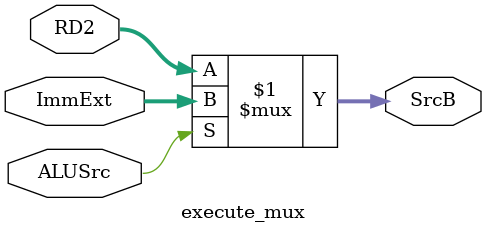
<source format=v>
`timescale 1ns / 1ps


module execute_mux(
input [31:0] RD2,
input [31:0] ImmExt,
input ALUSrc,
output [31:0] SrcB
    );
    
    assign SrcB = (ALUSrc) ? ImmExt : RD2;
    
endmodule

</source>
